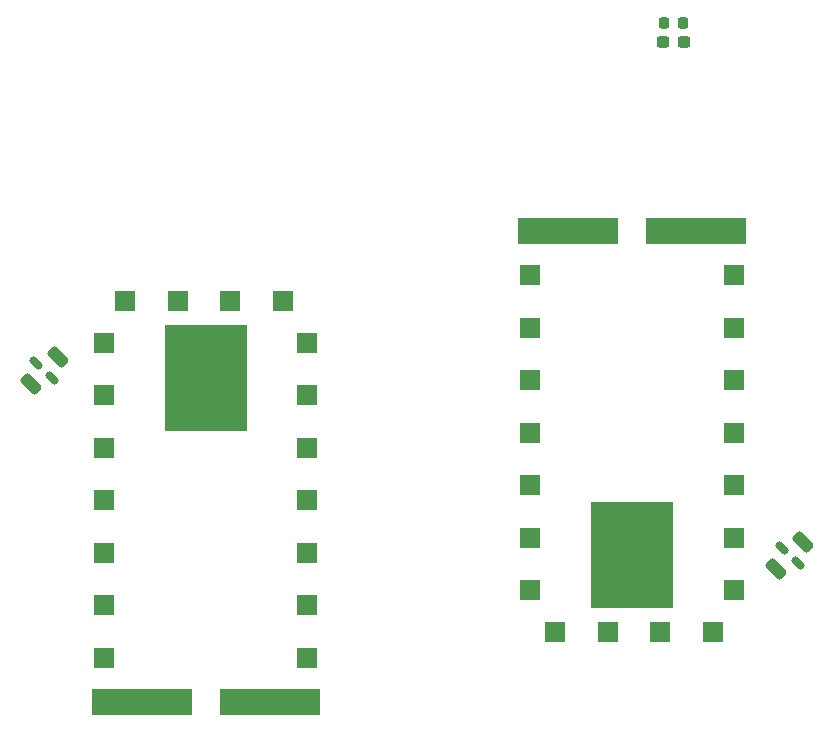
<source format=gbr>
%TF.GenerationSoftware,KiCad,Pcbnew,(6.0.9)*%
%TF.CreationDate,2023-04-06T22:09:24+03:00*%
%TF.ProjectId,cross_band_handy_walkie_talkie_ES8388,63726f73-735f-4626-916e-645f68616e64,rev?*%
%TF.SameCoordinates,Original*%
%TF.FileFunction,Paste,Bot*%
%TF.FilePolarity,Positive*%
%FSLAX46Y46*%
G04 Gerber Fmt 4.6, Leading zero omitted, Abs format (unit mm)*
G04 Created by KiCad (PCBNEW (6.0.9)) date 2023-04-06 22:09:24*
%MOMM*%
%LPD*%
G01*
G04 APERTURE LIST*
G04 Aperture macros list*
%AMRoundRect*
0 Rectangle with rounded corners*
0 $1 Rounding radius*
0 $2 $3 $4 $5 $6 $7 $8 $9 X,Y pos of 4 corners*
0 Add a 4 corners polygon primitive as box body*
4,1,4,$2,$3,$4,$5,$6,$7,$8,$9,$2,$3,0*
0 Add four circle primitives for the rounded corners*
1,1,$1+$1,$2,$3*
1,1,$1+$1,$4,$5*
1,1,$1+$1,$6,$7*
1,1,$1+$1,$8,$9*
0 Add four rect primitives between the rounded corners*
20,1,$1+$1,$2,$3,$4,$5,0*
20,1,$1+$1,$4,$5,$6,$7,0*
20,1,$1+$1,$6,$7,$8,$9,0*
20,1,$1+$1,$8,$9,$2,$3,0*%
G04 Aperture macros list end*
%ADD10RoundRect,0.249600X0.268701X-0.651104X0.651104X-0.268701X-0.268701X0.651104X-0.651104X0.268701X0*%
%ADD11RoundRect,0.152500X0.224506X-0.440174X0.440174X-0.224506X-0.224506X0.440174X-0.440174X0.224506X0*%
%ADD12R,1.800000X1.800000*%
%ADD13R,8.500000X2.200000*%
%ADD14R,7.000000X9.000000*%
%ADD15RoundRect,0.237500X0.300000X0.237500X-0.300000X0.237500X-0.300000X-0.237500X0.300000X-0.237500X0*%
%ADD16RoundRect,0.249600X-0.268701X0.651104X-0.651104X0.268701X0.268701X-0.651104X0.651104X-0.268701X0*%
%ADD17RoundRect,0.152500X-0.224506X0.440174X-0.440174X0.224506X0.224506X-0.440174X0.440174X-0.224506X0*%
%ADD18RoundRect,0.225000X-0.225000X-0.250000X0.225000X-0.250000X0.225000X0.250000X-0.225000X0.250000X0*%
G04 APERTURE END LIST*
D10*
%TO.C,FL1*%
X120300951Y-97799049D03*
D11*
X120794158Y-95994158D03*
D10*
X122599049Y-95500951D03*
D11*
X122105842Y-97305842D03*
%TD*%
D12*
%TO.C,U8*%
X80600000Y-105300000D03*
X80600000Y-100850000D03*
X80600000Y-96400000D03*
X80600000Y-91950000D03*
X80600000Y-87500000D03*
X80600000Y-83050000D03*
X80600000Y-78600000D03*
X78510000Y-75050000D03*
X74060000Y-75050000D03*
D13*
X77400000Y-109000000D03*
D14*
X72000000Y-81600000D03*
D12*
X69610000Y-75050000D03*
D13*
X66600000Y-109000000D03*
D12*
X65160000Y-75050000D03*
X63400000Y-78600000D03*
X63400000Y-83050000D03*
X63400000Y-87500000D03*
X63400000Y-91950000D03*
X63400000Y-96400000D03*
X63400000Y-100850000D03*
X63400000Y-105300000D03*
%TD*%
D15*
%TO.C,C8*%
X112457500Y-53135000D03*
X110732500Y-53135000D03*
%TD*%
D16*
%TO.C,FL2*%
X59453207Y-79825109D03*
D17*
X58960000Y-81630000D03*
D16*
X57155109Y-82123207D03*
D17*
X57648316Y-80318316D03*
%TD*%
D18*
%TO.C,C14*%
X110820000Y-51535000D03*
X112370000Y-51535000D03*
%TD*%
D12*
%TO.C,U7*%
X99480000Y-72890000D03*
X99480000Y-77340000D03*
X99480000Y-81790000D03*
X99480000Y-86240000D03*
X99480000Y-90690000D03*
X99480000Y-95140000D03*
X99480000Y-99590000D03*
X101570000Y-103140000D03*
X106020000Y-103140000D03*
D13*
X113480000Y-69190000D03*
D14*
X108080000Y-96590000D03*
D12*
X110470000Y-103140000D03*
D13*
X102680000Y-69190000D03*
D12*
X114920000Y-103140000D03*
X116680000Y-99590000D03*
X116680000Y-95140000D03*
X116680000Y-90690000D03*
X116680000Y-86240000D03*
X116680000Y-81790000D03*
X116680000Y-77340000D03*
X116680000Y-72890000D03*
%TD*%
M02*

</source>
